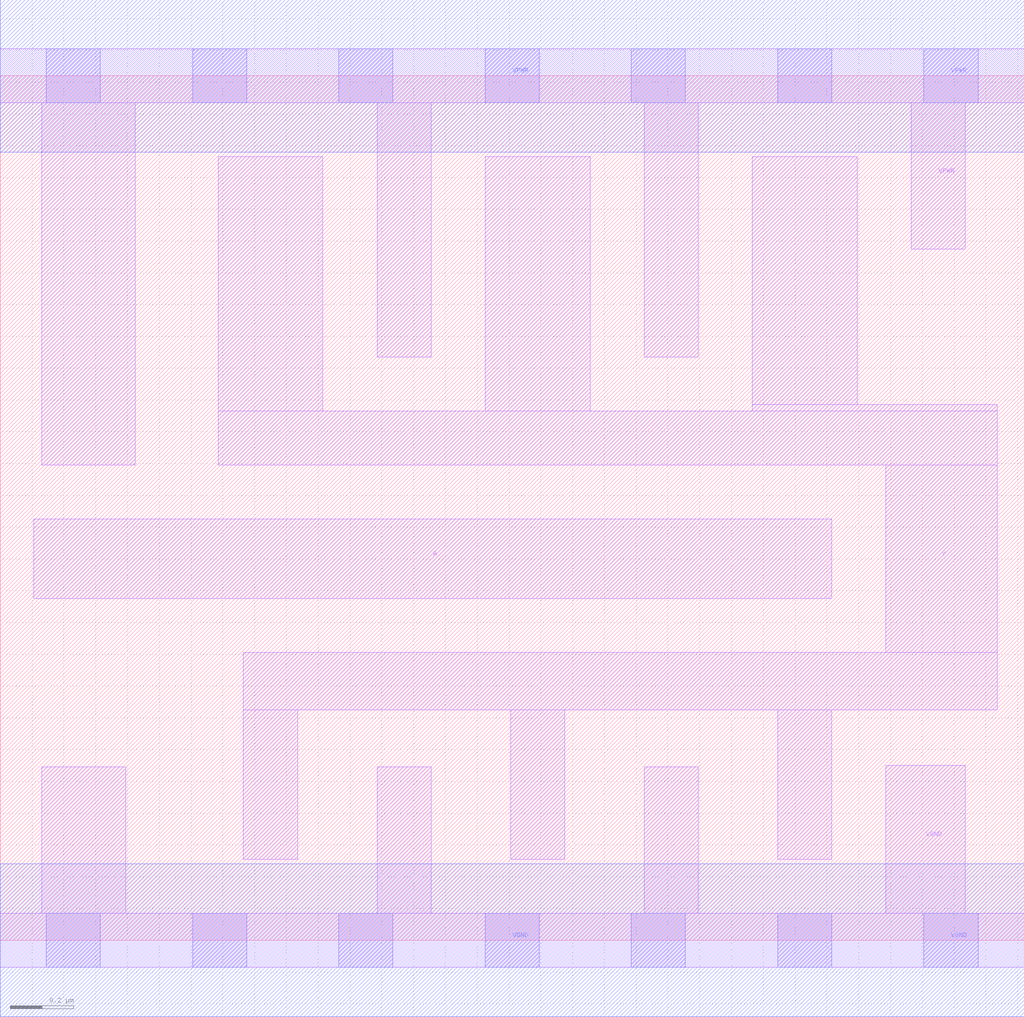
<source format=lef>
# Copyright 2020 The SkyWater PDK Authors
#
# Licensed under the Apache License, Version 2.0 (the "License");
# you may not use this file except in compliance with the License.
# You may obtain a copy of the License at
#
#     https://www.apache.org/licenses/LICENSE-2.0
#
# Unless required by applicable law or agreed to in writing, software
# distributed under the License is distributed on an "AS IS" BASIS,
# WITHOUT WARRANTIES OR CONDITIONS OF ANY KIND, either express or implied.
# See the License for the specific language governing permissions and
# limitations under the License.
#
# SPDX-License-Identifier: Apache-2.0

VERSION 5.7 ;
  NAMESCASESENSITIVE ON ;
  NOWIREEXTENSIONATPIN ON ;
  DIVIDERCHAR "/" ;
  BUSBITCHARS "[]" ;
UNITS
  DATABASE MICRONS 200 ;
END UNITS
MACRO sky130_fd_sc_hd__inv_6
  CLASS CORE ;
  SOURCE USER ;
  FOREIGN sky130_fd_sc_hd__inv_6 ;
  ORIGIN  0.000000  0.000000 ;
  SIZE  3.220000 BY  2.720000 ;
  SYMMETRY X Y R90 ;
  SITE unithd ;
  PIN A
    ANTENNAGATEAREA  1.485000 ;
    DIRECTION INPUT ;
    USE SIGNAL ;
    PORT
      LAYER li1 ;
        RECT 0.105000 1.075000 2.615000 1.325000 ;
    END
  END A
  PIN Y
    ANTENNADIFFAREA  1.336500 ;
    DIRECTION OUTPUT ;
    USE SIGNAL ;
    PORT
      LAYER li1 ;
        RECT 0.685000 1.495000 3.135000 1.665000 ;
        RECT 0.685000 1.665000 1.015000 2.465000 ;
        RECT 0.765000 0.255000 0.935000 0.725000 ;
        RECT 0.765000 0.725000 3.135000 0.905000 ;
        RECT 1.525000 1.665000 1.855000 2.465000 ;
        RECT 1.605000 0.255000 1.775000 0.725000 ;
        RECT 2.365000 1.665000 3.135000 1.685000 ;
        RECT 2.365000 1.685000 2.695000 2.465000 ;
        RECT 2.445000 0.255000 2.615000 0.725000 ;
        RECT 2.785000 0.905000 3.135000 1.495000 ;
    END
  END Y
  PIN VGND
    DIRECTION INOUT ;
    SHAPE ABUTMENT ;
    USE GROUND ;
    PORT
      LAYER li1 ;
        RECT 0.000000 -0.085000 3.220000 0.085000 ;
        RECT 0.130000  0.085000 0.395000 0.545000 ;
        RECT 1.185000  0.085000 1.355000 0.545000 ;
        RECT 2.025000  0.085000 2.195000 0.545000 ;
        RECT 2.785000  0.085000 3.035000 0.550000 ;
      LAYER mcon ;
        RECT 0.145000 -0.085000 0.315000 0.085000 ;
        RECT 0.605000 -0.085000 0.775000 0.085000 ;
        RECT 1.065000 -0.085000 1.235000 0.085000 ;
        RECT 1.525000 -0.085000 1.695000 0.085000 ;
        RECT 1.985000 -0.085000 2.155000 0.085000 ;
        RECT 2.445000 -0.085000 2.615000 0.085000 ;
        RECT 2.905000 -0.085000 3.075000 0.085000 ;
      LAYER met1 ;
        RECT 0.000000 -0.240000 3.220000 0.240000 ;
    END
  END VGND
  PIN VPWR
    DIRECTION INOUT ;
    SHAPE ABUTMENT ;
    USE POWER ;
    PORT
      LAYER li1 ;
        RECT 0.000000 2.635000 3.220000 2.805000 ;
        RECT 0.130000 1.495000 0.425000 2.635000 ;
        RECT 1.185000 1.835000 1.355000 2.635000 ;
        RECT 2.025000 1.835000 2.195000 2.635000 ;
        RECT 2.865000 2.175000 3.035000 2.635000 ;
      LAYER mcon ;
        RECT 0.145000 2.635000 0.315000 2.805000 ;
        RECT 0.605000 2.635000 0.775000 2.805000 ;
        RECT 1.065000 2.635000 1.235000 2.805000 ;
        RECT 1.525000 2.635000 1.695000 2.805000 ;
        RECT 1.985000 2.635000 2.155000 2.805000 ;
        RECT 2.445000 2.635000 2.615000 2.805000 ;
        RECT 2.905000 2.635000 3.075000 2.805000 ;
      LAYER met1 ;
        RECT 0.000000 2.480000 3.220000 2.960000 ;
    END
  END VPWR
END sky130_fd_sc_hd__inv_6
END LIBRARY

</source>
